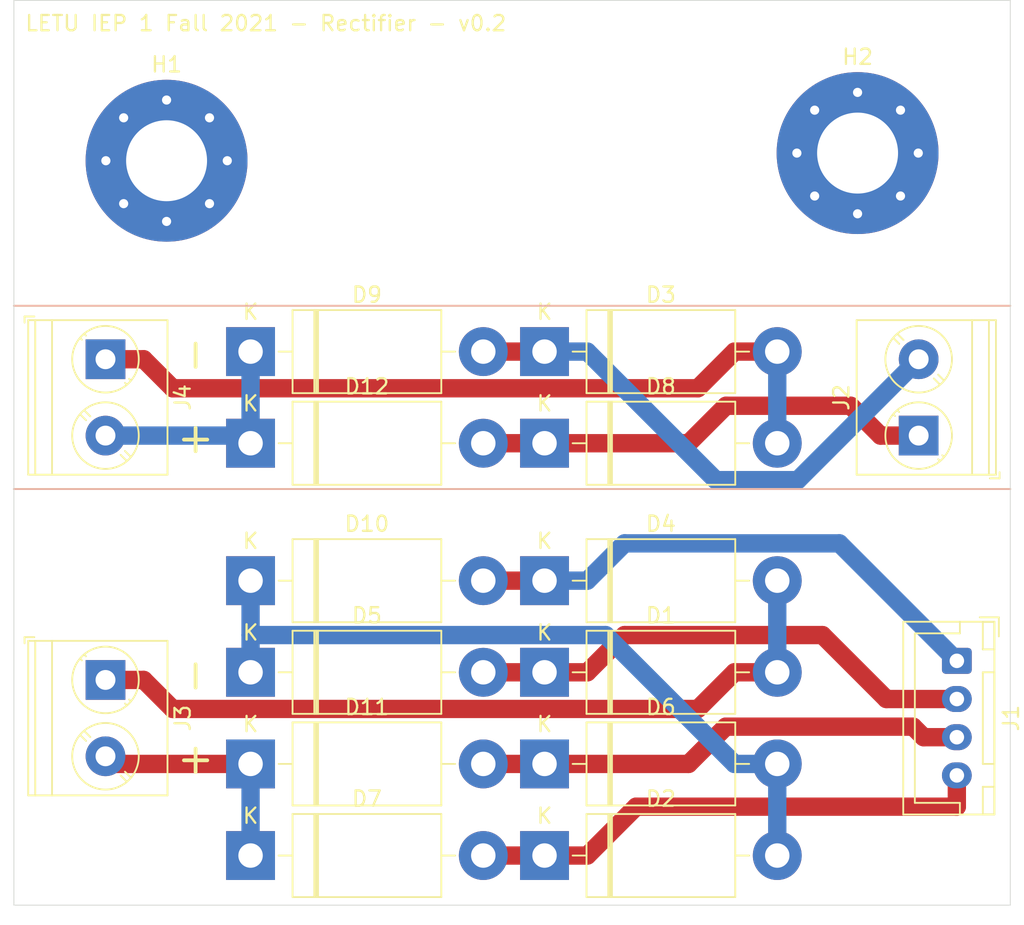
<source format=kicad_pcb>
(kicad_pcb (version 20171130) (host pcbnew 5.1.10)

  (general
    (thickness 1.6)
    (drawings 11)
    (tracks 57)
    (zones 0)
    (modules 18)
    (nets 12)
  )

  (page A4)
  (layers
    (0 F.Cu signal)
    (31 B.Cu signal)
    (32 B.Adhes user)
    (33 F.Adhes user)
    (34 B.Paste user)
    (35 F.Paste user)
    (36 B.SilkS user)
    (37 F.SilkS user)
    (38 B.Mask user)
    (39 F.Mask user)
    (40 Dwgs.User user)
    (41 Cmts.User user)
    (42 Eco1.User user)
    (43 Eco2.User user)
    (44 Edge.Cuts user)
    (45 Margin user)
    (46 B.CrtYd user)
    (47 F.CrtYd user)
    (48 B.Fab user)
    (49 F.Fab user)
  )

  (setup
    (last_trace_width 1.2)
    (trace_clearance 0.2)
    (zone_clearance 0.508)
    (zone_45_only no)
    (trace_min 0.2)
    (via_size 0.8)
    (via_drill 0.4)
    (via_min_size 0.4)
    (via_min_drill 0.3)
    (uvia_size 0.3)
    (uvia_drill 0.1)
    (uvias_allowed no)
    (uvia_min_size 0.2)
    (uvia_min_drill 0.1)
    (edge_width 0.05)
    (segment_width 0.2)
    (pcb_text_width 0.3)
    (pcb_text_size 1.5 1.5)
    (mod_edge_width 0.12)
    (mod_text_size 1 1)
    (mod_text_width 0.15)
    (pad_size 1.524 1.524)
    (pad_drill 0.762)
    (pad_to_mask_clearance 0)
    (aux_axis_origin 0 0)
    (visible_elements FFFFFF7F)
    (pcbplotparams
      (layerselection 0x010fc_ffffffff)
      (usegerberextensions true)
      (usegerberattributes false)
      (usegerberadvancedattributes false)
      (creategerberjobfile false)
      (excludeedgelayer true)
      (linewidth 0.100000)
      (plotframeref false)
      (viasonmask false)
      (mode 1)
      (useauxorigin false)
      (hpglpennumber 1)
      (hpglpenspeed 20)
      (hpglpendiameter 15.000000)
      (psnegative false)
      (psa4output false)
      (plotreference true)
      (plotvalue false)
      (plotinvisibletext false)
      (padsonsilk false)
      (subtractmaskfromsilk true)
      (outputformat 1)
      (mirror false)
      (drillshape 0)
      (scaleselection 1)
      (outputdirectory "Gerber/Rectifier/"))
  )

  (net 0 "")
  (net 1 "Net-(D1-Pad1)")
  (net 2 "Net-(D10-Pad1)")
  (net 3 "Net-(D2-Pad1)")
  (net 4 "Net-(D3-Pad1)")
  (net 5 "Net-(D10-Pad2)")
  (net 6 "Net-(D11-Pad2)")
  (net 7 "Net-(D12-Pad2)")
  (net 8 "Net-(D1-Pad2)")
  (net 9 "Net-(D3-Pad2)")
  (net 10 "Net-(D11-Pad1)")
  (net 11 "Net-(D12-Pad1)")

  (net_class Default "This is the default net class."
    (clearance 0.2)
    (trace_width 1.2)
    (via_dia 0.8)
    (via_drill 0.4)
    (uvia_dia 0.3)
    (uvia_drill 0.1)
    (add_net "Net-(D1-Pad1)")
    (add_net "Net-(D1-Pad2)")
    (add_net "Net-(D10-Pad1)")
    (add_net "Net-(D10-Pad2)")
    (add_net "Net-(D11-Pad1)")
    (add_net "Net-(D11-Pad2)")
    (add_net "Net-(D12-Pad1)")
    (add_net "Net-(D12-Pad2)")
    (add_net "Net-(D2-Pad1)")
    (add_net "Net-(D3-Pad1)")
    (add_net "Net-(D3-Pad2)")
  )

  (module MountingHole:MountingHole_5.3mm_M5_Pad_Via (layer F.Cu) (tedit 56DDC708) (tstamp 60A586C7)
    (at 175.5 38.5)
    (descr "Mounting Hole 5.3mm, M5")
    (tags "mounting hole 5.3mm m5")
    (path /60ADE691)
    (attr virtual)
    (fp_text reference H2 (at 0 -6.3) (layer F.SilkS)
      (effects (font (size 1 1) (thickness 0.15)))
    )
    (fp_text value MountingHole (at 0 6.3) (layer F.Fab)
      (effects (font (size 1 1) (thickness 0.15)))
    )
    (fp_circle (center 0 0) (end 5.3 0) (layer Cmts.User) (width 0.15))
    (fp_circle (center 0 0) (end 5.55 0) (layer F.CrtYd) (width 0.05))
    (fp_text user %R (at 0.3 0) (layer F.Fab)
      (effects (font (size 1 1) (thickness 0.15)))
    )
    (pad 1 thru_hole circle (at 2.810749 -2.810749) (size 0.9 0.9) (drill 0.6) (layers *.Cu *.Mask))
    (pad 1 thru_hole circle (at 0 -3.975) (size 0.9 0.9) (drill 0.6) (layers *.Cu *.Mask))
    (pad 1 thru_hole circle (at -2.810749 -2.810749) (size 0.9 0.9) (drill 0.6) (layers *.Cu *.Mask))
    (pad 1 thru_hole circle (at -3.975 0) (size 0.9 0.9) (drill 0.6) (layers *.Cu *.Mask))
    (pad 1 thru_hole circle (at -2.810749 2.810749) (size 0.9 0.9) (drill 0.6) (layers *.Cu *.Mask))
    (pad 1 thru_hole circle (at 0 3.975) (size 0.9 0.9) (drill 0.6) (layers *.Cu *.Mask))
    (pad 1 thru_hole circle (at 2.810749 2.810749) (size 0.9 0.9) (drill 0.6) (layers *.Cu *.Mask))
    (pad 1 thru_hole circle (at 3.975 0) (size 0.9 0.9) (drill 0.6) (layers *.Cu *.Mask))
    (pad 1 thru_hole circle (at 0 0) (size 10.6 10.6) (drill 5.3) (layers *.Cu *.Mask))
  )

  (module MountingHole:MountingHole_5.3mm_M5_Pad_Via (layer F.Cu) (tedit 56DDC708) (tstamp 60A586B7)
    (at 130.25 39)
    (descr "Mounting Hole 5.3mm, M5")
    (tags "mounting hole 5.3mm m5")
    (path /60ADDAA0)
    (attr virtual)
    (fp_text reference H1 (at 0 -6.3) (layer F.SilkS)
      (effects (font (size 1 1) (thickness 0.15)))
    )
    (fp_text value MountingHole (at 0 6.3) (layer F.Fab)
      (effects (font (size 1 1) (thickness 0.15)))
    )
    (fp_circle (center 0 0) (end 5.55 0) (layer F.CrtYd) (width 0.05))
    (fp_circle (center 0 0) (end 5.3 0) (layer Cmts.User) (width 0.15))
    (fp_text user %R (at 0.3 0) (layer F.Fab)
      (effects (font (size 1 1) (thickness 0.15)))
    )
    (pad 1 thru_hole circle (at 0 0) (size 10.6 10.6) (drill 5.3) (layers *.Cu *.Mask))
    (pad 1 thru_hole circle (at 3.975 0) (size 0.9 0.9) (drill 0.6) (layers *.Cu *.Mask))
    (pad 1 thru_hole circle (at 2.810749 2.810749) (size 0.9 0.9) (drill 0.6) (layers *.Cu *.Mask))
    (pad 1 thru_hole circle (at 0 3.975) (size 0.9 0.9) (drill 0.6) (layers *.Cu *.Mask))
    (pad 1 thru_hole circle (at -2.810749 2.810749) (size 0.9 0.9) (drill 0.6) (layers *.Cu *.Mask))
    (pad 1 thru_hole circle (at -3.975 0) (size 0.9 0.9) (drill 0.6) (layers *.Cu *.Mask))
    (pad 1 thru_hole circle (at -2.810749 -2.810749) (size 0.9 0.9) (drill 0.6) (layers *.Cu *.Mask))
    (pad 1 thru_hole circle (at 0 -3.975) (size 0.9 0.9) (drill 0.6) (layers *.Cu *.Mask))
    (pad 1 thru_hole circle (at 2.810749 -2.810749) (size 0.9 0.9) (drill 0.6) (layers *.Cu *.Mask))
  )

  (module TerminalBlock_Phoenix:TerminalBlock_Phoenix_PT-1,5-2-5.0-H_1x02_P5.00mm_Horizontal (layer F.Cu) (tedit 5B294F69) (tstamp 60A4E306)
    (at 126.25 52 270)
    (descr "Terminal Block Phoenix PT-1,5-2-5.0-H, 2 pins, pitch 5mm, size 10x9mm^2, drill diamater 1.3mm, pad diameter 2.6mm, see http://www.mouser.com/ds/2/324/ItemDetail_1935161-922578.pdf, script-generated using https://github.com/pointhi/kicad-footprint-generator/scripts/TerminalBlock_Phoenix")
    (tags "THT Terminal Block Phoenix PT-1,5-2-5.0-H pitch 5mm size 10x9mm^2 drill 1.3mm pad 2.6mm")
    (path /60AAAD32)
    (fp_text reference J4 (at 2.5 -5.06 90) (layer F.SilkS)
      (effects (font (size 1 1) (thickness 0.15)))
    )
    (fp_text value Screw_Terminal_01x02 (at 2.5 6.06 90) (layer F.Fab)
      (effects (font (size 1 1) (thickness 0.15)))
    )
    (fp_circle (center 0 0) (end 2 0) (layer F.Fab) (width 0.1))
    (fp_circle (center 0 0) (end 2.18 0) (layer F.SilkS) (width 0.12))
    (fp_circle (center 5 0) (end 7 0) (layer F.Fab) (width 0.1))
    (fp_circle (center 5 0) (end 7.18 0) (layer F.SilkS) (width 0.12))
    (fp_line (start -2.5 -4) (end 7.5 -4) (layer F.Fab) (width 0.1))
    (fp_line (start 7.5 -4) (end 7.5 5) (layer F.Fab) (width 0.1))
    (fp_line (start 7.5 5) (end -2.1 5) (layer F.Fab) (width 0.1))
    (fp_line (start -2.1 5) (end -2.5 4.6) (layer F.Fab) (width 0.1))
    (fp_line (start -2.5 4.6) (end -2.5 -4) (layer F.Fab) (width 0.1))
    (fp_line (start -2.5 4.6) (end 7.5 4.6) (layer F.Fab) (width 0.1))
    (fp_line (start -2.56 4.6) (end 7.56 4.6) (layer F.SilkS) (width 0.12))
    (fp_line (start -2.5 3.5) (end 7.5 3.5) (layer F.Fab) (width 0.1))
    (fp_line (start -2.56 3.5) (end 7.56 3.5) (layer F.SilkS) (width 0.12))
    (fp_line (start -2.56 -4.06) (end 7.56 -4.06) (layer F.SilkS) (width 0.12))
    (fp_line (start -2.56 5.06) (end 7.56 5.06) (layer F.SilkS) (width 0.12))
    (fp_line (start -2.56 -4.06) (end -2.56 5.06) (layer F.SilkS) (width 0.12))
    (fp_line (start 7.56 -4.06) (end 7.56 5.06) (layer F.SilkS) (width 0.12))
    (fp_line (start 1.517 -1.273) (end -1.273 1.517) (layer F.Fab) (width 0.1))
    (fp_line (start 1.273 -1.517) (end -1.517 1.273) (layer F.Fab) (width 0.1))
    (fp_line (start 1.654 -1.388) (end 1.547 -1.281) (layer F.SilkS) (width 0.12))
    (fp_line (start -1.282 1.547) (end -1.388 1.654) (layer F.SilkS) (width 0.12))
    (fp_line (start 1.388 -1.654) (end 1.281 -1.547) (layer F.SilkS) (width 0.12))
    (fp_line (start -1.548 1.281) (end -1.654 1.388) (layer F.SilkS) (width 0.12))
    (fp_line (start 6.517 -1.273) (end 3.728 1.517) (layer F.Fab) (width 0.1))
    (fp_line (start 6.273 -1.517) (end 3.484 1.273) (layer F.Fab) (width 0.1))
    (fp_line (start 6.654 -1.388) (end 6.259 -0.992) (layer F.SilkS) (width 0.12))
    (fp_line (start 3.993 1.274) (end 3.613 1.654) (layer F.SilkS) (width 0.12))
    (fp_line (start 6.388 -1.654) (end 6.008 -1.274) (layer F.SilkS) (width 0.12))
    (fp_line (start 3.742 0.992) (end 3.347 1.388) (layer F.SilkS) (width 0.12))
    (fp_line (start -2.8 4.66) (end -2.8 5.3) (layer F.SilkS) (width 0.12))
    (fp_line (start -2.8 5.3) (end -2.4 5.3) (layer F.SilkS) (width 0.12))
    (fp_line (start -3 -4.5) (end -3 5.5) (layer F.CrtYd) (width 0.05))
    (fp_line (start -3 5.5) (end 8 5.5) (layer F.CrtYd) (width 0.05))
    (fp_line (start 8 5.5) (end 8 -4.5) (layer F.CrtYd) (width 0.05))
    (fp_line (start 8 -4.5) (end -3 -4.5) (layer F.CrtYd) (width 0.05))
    (fp_text user %R (at 2.5 2.9 90) (layer F.Fab)
      (effects (font (size 1 1) (thickness 0.15)))
    )
    (pad 2 thru_hole circle (at 5 0 270) (size 2.6 2.6) (drill 1.3) (layers *.Cu *.Mask)
      (net 11 "Net-(D12-Pad1)"))
    (pad 1 thru_hole rect (at 0 0 270) (size 2.6 2.6) (drill 1.3) (layers *.Cu *.Mask)
      (net 9 "Net-(D3-Pad2)"))
    (model ${KISYS3DMOD}/TerminalBlock_Phoenix.3dshapes/TerminalBlock_Phoenix_PT-1,5-2-5.0-H_1x02_P5.00mm_Horizontal.wrl
      (at (xyz 0 0 0))
      (scale (xyz 1 1 1))
      (rotate (xyz 0 0 0))
    )
  )

  (module TerminalBlock_Phoenix:TerminalBlock_Phoenix_PT-1,5-2-5.0-H_1x02_P5.00mm_Horizontal (layer F.Cu) (tedit 5B294F69) (tstamp 60A4E2DC)
    (at 126.25 73 270)
    (descr "Terminal Block Phoenix PT-1,5-2-5.0-H, 2 pins, pitch 5mm, size 10x9mm^2, drill diamater 1.3mm, pad diameter 2.6mm, see http://www.mouser.com/ds/2/324/ItemDetail_1935161-922578.pdf, script-generated using https://github.com/pointhi/kicad-footprint-generator/scripts/TerminalBlock_Phoenix")
    (tags "THT Terminal Block Phoenix PT-1,5-2-5.0-H pitch 5mm size 10x9mm^2 drill 1.3mm pad 2.6mm")
    (path /60A9FF73)
    (fp_text reference J3 (at 2.5 -5.06 90) (layer F.SilkS)
      (effects (font (size 1 1) (thickness 0.15)))
    )
    (fp_text value Screw_Terminal_01x02 (at 2.5 6.06 90) (layer F.Fab)
      (effects (font (size 1 1) (thickness 0.15)))
    )
    (fp_circle (center 0 0) (end 2 0) (layer F.Fab) (width 0.1))
    (fp_circle (center 0 0) (end 2.18 0) (layer F.SilkS) (width 0.12))
    (fp_circle (center 5 0) (end 7 0) (layer F.Fab) (width 0.1))
    (fp_circle (center 5 0) (end 7.18 0) (layer F.SilkS) (width 0.12))
    (fp_line (start -2.5 -4) (end 7.5 -4) (layer F.Fab) (width 0.1))
    (fp_line (start 7.5 -4) (end 7.5 5) (layer F.Fab) (width 0.1))
    (fp_line (start 7.5 5) (end -2.1 5) (layer F.Fab) (width 0.1))
    (fp_line (start -2.1 5) (end -2.5 4.6) (layer F.Fab) (width 0.1))
    (fp_line (start -2.5 4.6) (end -2.5 -4) (layer F.Fab) (width 0.1))
    (fp_line (start -2.5 4.6) (end 7.5 4.6) (layer F.Fab) (width 0.1))
    (fp_line (start -2.56 4.6) (end 7.56 4.6) (layer F.SilkS) (width 0.12))
    (fp_line (start -2.5 3.5) (end 7.5 3.5) (layer F.Fab) (width 0.1))
    (fp_line (start -2.56 3.5) (end 7.56 3.5) (layer F.SilkS) (width 0.12))
    (fp_line (start -2.56 -4.06) (end 7.56 -4.06) (layer F.SilkS) (width 0.12))
    (fp_line (start -2.56 5.06) (end 7.56 5.06) (layer F.SilkS) (width 0.12))
    (fp_line (start -2.56 -4.06) (end -2.56 5.06) (layer F.SilkS) (width 0.12))
    (fp_line (start 7.56 -4.06) (end 7.56 5.06) (layer F.SilkS) (width 0.12))
    (fp_line (start 1.517 -1.273) (end -1.273 1.517) (layer F.Fab) (width 0.1))
    (fp_line (start 1.273 -1.517) (end -1.517 1.273) (layer F.Fab) (width 0.1))
    (fp_line (start 1.654 -1.388) (end 1.547 -1.281) (layer F.SilkS) (width 0.12))
    (fp_line (start -1.282 1.547) (end -1.388 1.654) (layer F.SilkS) (width 0.12))
    (fp_line (start 1.388 -1.654) (end 1.281 -1.547) (layer F.SilkS) (width 0.12))
    (fp_line (start -1.548 1.281) (end -1.654 1.388) (layer F.SilkS) (width 0.12))
    (fp_line (start 6.517 -1.273) (end 3.728 1.517) (layer F.Fab) (width 0.1))
    (fp_line (start 6.273 -1.517) (end 3.484 1.273) (layer F.Fab) (width 0.1))
    (fp_line (start 6.654 -1.388) (end 6.259 -0.992) (layer F.SilkS) (width 0.12))
    (fp_line (start 3.993 1.274) (end 3.613 1.654) (layer F.SilkS) (width 0.12))
    (fp_line (start 6.388 -1.654) (end 6.008 -1.274) (layer F.SilkS) (width 0.12))
    (fp_line (start 3.742 0.992) (end 3.347 1.388) (layer F.SilkS) (width 0.12))
    (fp_line (start -2.8 4.66) (end -2.8 5.3) (layer F.SilkS) (width 0.12))
    (fp_line (start -2.8 5.3) (end -2.4 5.3) (layer F.SilkS) (width 0.12))
    (fp_line (start -3 -4.5) (end -3 5.5) (layer F.CrtYd) (width 0.05))
    (fp_line (start -3 5.5) (end 8 5.5) (layer F.CrtYd) (width 0.05))
    (fp_line (start 8 5.5) (end 8 -4.5) (layer F.CrtYd) (width 0.05))
    (fp_line (start 8 -4.5) (end -3 -4.5) (layer F.CrtYd) (width 0.05))
    (fp_text user %R (at 2.5 2.9 90) (layer F.Fab)
      (effects (font (size 1 1) (thickness 0.15)))
    )
    (pad 2 thru_hole circle (at 5 0 270) (size 2.6 2.6) (drill 1.3) (layers *.Cu *.Mask)
      (net 10 "Net-(D11-Pad1)"))
    (pad 1 thru_hole rect (at 0 0 270) (size 2.6 2.6) (drill 1.3) (layers *.Cu *.Mask)
      (net 8 "Net-(D1-Pad2)"))
    (model ${KISYS3DMOD}/TerminalBlock_Phoenix.3dshapes/TerminalBlock_Phoenix_PT-1,5-2-5.0-H_1x02_P5.00mm_Horizontal.wrl
      (at (xyz 0 0 0))
      (scale (xyz 1 1 1))
      (rotate (xyz 0 0 0))
    )
  )

  (module TerminalBlock_Phoenix:TerminalBlock_Phoenix_PT-1,5-2-5.0-H_1x02_P5.00mm_Horizontal (layer F.Cu) (tedit 5B294F69) (tstamp 60A4E2B2)
    (at 179.5 57 90)
    (descr "Terminal Block Phoenix PT-1,5-2-5.0-H, 2 pins, pitch 5mm, size 10x9mm^2, drill diamater 1.3mm, pad diameter 2.6mm, see http://www.mouser.com/ds/2/324/ItemDetail_1935161-922578.pdf, script-generated using https://github.com/pointhi/kicad-footprint-generator/scripts/TerminalBlock_Phoenix")
    (tags "THT Terminal Block Phoenix PT-1,5-2-5.0-H pitch 5mm size 10x9mm^2 drill 1.3mm pad 2.6mm")
    (path /60A999FD)
    (fp_text reference J2 (at 2.5 -5.06 90) (layer F.SilkS)
      (effects (font (size 1 1) (thickness 0.15)))
    )
    (fp_text value Screw_Terminal_01x02 (at 2.5 6.06 90) (layer F.Fab)
      (effects (font (size 1 1) (thickness 0.15)))
    )
    (fp_circle (center 0 0) (end 2 0) (layer F.Fab) (width 0.1))
    (fp_circle (center 0 0) (end 2.18 0) (layer F.SilkS) (width 0.12))
    (fp_circle (center 5 0) (end 7 0) (layer F.Fab) (width 0.1))
    (fp_circle (center 5 0) (end 7.18 0) (layer F.SilkS) (width 0.12))
    (fp_line (start -2.5 -4) (end 7.5 -4) (layer F.Fab) (width 0.1))
    (fp_line (start 7.5 -4) (end 7.5 5) (layer F.Fab) (width 0.1))
    (fp_line (start 7.5 5) (end -2.1 5) (layer F.Fab) (width 0.1))
    (fp_line (start -2.1 5) (end -2.5 4.6) (layer F.Fab) (width 0.1))
    (fp_line (start -2.5 4.6) (end -2.5 -4) (layer F.Fab) (width 0.1))
    (fp_line (start -2.5 4.6) (end 7.5 4.6) (layer F.Fab) (width 0.1))
    (fp_line (start -2.56 4.6) (end 7.56 4.6) (layer F.SilkS) (width 0.12))
    (fp_line (start -2.5 3.5) (end 7.5 3.5) (layer F.Fab) (width 0.1))
    (fp_line (start -2.56 3.5) (end 7.56 3.5) (layer F.SilkS) (width 0.12))
    (fp_line (start -2.56 -4.06) (end 7.56 -4.06) (layer F.SilkS) (width 0.12))
    (fp_line (start -2.56 5.06) (end 7.56 5.06) (layer F.SilkS) (width 0.12))
    (fp_line (start -2.56 -4.06) (end -2.56 5.06) (layer F.SilkS) (width 0.12))
    (fp_line (start 7.56 -4.06) (end 7.56 5.06) (layer F.SilkS) (width 0.12))
    (fp_line (start 1.517 -1.273) (end -1.273 1.517) (layer F.Fab) (width 0.1))
    (fp_line (start 1.273 -1.517) (end -1.517 1.273) (layer F.Fab) (width 0.1))
    (fp_line (start 1.654 -1.388) (end 1.547 -1.281) (layer F.SilkS) (width 0.12))
    (fp_line (start -1.282 1.547) (end -1.388 1.654) (layer F.SilkS) (width 0.12))
    (fp_line (start 1.388 -1.654) (end 1.281 -1.547) (layer F.SilkS) (width 0.12))
    (fp_line (start -1.548 1.281) (end -1.654 1.388) (layer F.SilkS) (width 0.12))
    (fp_line (start 6.517 -1.273) (end 3.728 1.517) (layer F.Fab) (width 0.1))
    (fp_line (start 6.273 -1.517) (end 3.484 1.273) (layer F.Fab) (width 0.1))
    (fp_line (start 6.654 -1.388) (end 6.259 -0.992) (layer F.SilkS) (width 0.12))
    (fp_line (start 3.993 1.274) (end 3.613 1.654) (layer F.SilkS) (width 0.12))
    (fp_line (start 6.388 -1.654) (end 6.008 -1.274) (layer F.SilkS) (width 0.12))
    (fp_line (start 3.742 0.992) (end 3.347 1.388) (layer F.SilkS) (width 0.12))
    (fp_line (start -2.8 4.66) (end -2.8 5.3) (layer F.SilkS) (width 0.12))
    (fp_line (start -2.8 5.3) (end -2.4 5.3) (layer F.SilkS) (width 0.12))
    (fp_line (start -3 -4.5) (end -3 5.5) (layer F.CrtYd) (width 0.05))
    (fp_line (start -3 5.5) (end 8 5.5) (layer F.CrtYd) (width 0.05))
    (fp_line (start 8 5.5) (end 8 -4.5) (layer F.CrtYd) (width 0.05))
    (fp_line (start 8 -4.5) (end -3 -4.5) (layer F.CrtYd) (width 0.05))
    (fp_text user %R (at 2.5 2.9 90) (layer F.Fab)
      (effects (font (size 1 1) (thickness 0.15)))
    )
    (pad 2 thru_hole circle (at 5 0 90) (size 2.6 2.6) (drill 1.3) (layers *.Cu *.Mask)
      (net 4 "Net-(D3-Pad1)"))
    (pad 1 thru_hole rect (at 0 0 90) (size 2.6 2.6) (drill 1.3) (layers *.Cu *.Mask)
      (net 7 "Net-(D12-Pad2)"))
    (model ${KISYS3DMOD}/TerminalBlock_Phoenix.3dshapes/TerminalBlock_Phoenix_PT-1,5-2-5.0-H_1x02_P5.00mm_Horizontal.wrl
      (at (xyz 0 0 0))
      (scale (xyz 1 1 1))
      (rotate (xyz 0 0 0))
    )
  )

  (module Connector_JST:JST_XH_B4B-XH-A_1x04_P2.50mm_Vertical (layer F.Cu) (tedit 5C28146C) (tstamp 60A4E288)
    (at 182 71.75 270)
    (descr "JST XH series connector, B4B-XH-A (http://www.jst-mfg.com/product/pdf/eng/eXH.pdf), generated with kicad-footprint-generator")
    (tags "connector JST XH vertical")
    (path /60A8F667)
    (fp_text reference J1 (at 3.75 -3.55 90) (layer F.SilkS)
      (effects (font (size 1 1) (thickness 0.15)))
    )
    (fp_text value Conn_01x04 (at 3.75 4.6 90) (layer F.Fab)
      (effects (font (size 1 1) (thickness 0.15)))
    )
    (fp_line (start -2.45 -2.35) (end -2.45 3.4) (layer F.Fab) (width 0.1))
    (fp_line (start -2.45 3.4) (end 9.95 3.4) (layer F.Fab) (width 0.1))
    (fp_line (start 9.95 3.4) (end 9.95 -2.35) (layer F.Fab) (width 0.1))
    (fp_line (start 9.95 -2.35) (end -2.45 -2.35) (layer F.Fab) (width 0.1))
    (fp_line (start -2.56 -2.46) (end -2.56 3.51) (layer F.SilkS) (width 0.12))
    (fp_line (start -2.56 3.51) (end 10.06 3.51) (layer F.SilkS) (width 0.12))
    (fp_line (start 10.06 3.51) (end 10.06 -2.46) (layer F.SilkS) (width 0.12))
    (fp_line (start 10.06 -2.46) (end -2.56 -2.46) (layer F.SilkS) (width 0.12))
    (fp_line (start -2.95 -2.85) (end -2.95 3.9) (layer F.CrtYd) (width 0.05))
    (fp_line (start -2.95 3.9) (end 10.45 3.9) (layer F.CrtYd) (width 0.05))
    (fp_line (start 10.45 3.9) (end 10.45 -2.85) (layer F.CrtYd) (width 0.05))
    (fp_line (start 10.45 -2.85) (end -2.95 -2.85) (layer F.CrtYd) (width 0.05))
    (fp_line (start -0.625 -2.35) (end 0 -1.35) (layer F.Fab) (width 0.1))
    (fp_line (start 0 -1.35) (end 0.625 -2.35) (layer F.Fab) (width 0.1))
    (fp_line (start 0.75 -2.45) (end 0.75 -1.7) (layer F.SilkS) (width 0.12))
    (fp_line (start 0.75 -1.7) (end 6.75 -1.7) (layer F.SilkS) (width 0.12))
    (fp_line (start 6.75 -1.7) (end 6.75 -2.45) (layer F.SilkS) (width 0.12))
    (fp_line (start 6.75 -2.45) (end 0.75 -2.45) (layer F.SilkS) (width 0.12))
    (fp_line (start -2.55 -2.45) (end -2.55 -1.7) (layer F.SilkS) (width 0.12))
    (fp_line (start -2.55 -1.7) (end -0.75 -1.7) (layer F.SilkS) (width 0.12))
    (fp_line (start -0.75 -1.7) (end -0.75 -2.45) (layer F.SilkS) (width 0.12))
    (fp_line (start -0.75 -2.45) (end -2.55 -2.45) (layer F.SilkS) (width 0.12))
    (fp_line (start 8.25 -2.45) (end 8.25 -1.7) (layer F.SilkS) (width 0.12))
    (fp_line (start 8.25 -1.7) (end 10.05 -1.7) (layer F.SilkS) (width 0.12))
    (fp_line (start 10.05 -1.7) (end 10.05 -2.45) (layer F.SilkS) (width 0.12))
    (fp_line (start 10.05 -2.45) (end 8.25 -2.45) (layer F.SilkS) (width 0.12))
    (fp_line (start -2.55 -0.2) (end -1.8 -0.2) (layer F.SilkS) (width 0.12))
    (fp_line (start -1.8 -0.2) (end -1.8 2.75) (layer F.SilkS) (width 0.12))
    (fp_line (start -1.8 2.75) (end 3.75 2.75) (layer F.SilkS) (width 0.12))
    (fp_line (start 10.05 -0.2) (end 9.3 -0.2) (layer F.SilkS) (width 0.12))
    (fp_line (start 9.3 -0.2) (end 9.3 2.75) (layer F.SilkS) (width 0.12))
    (fp_line (start 9.3 2.75) (end 3.75 2.75) (layer F.SilkS) (width 0.12))
    (fp_line (start -1.6 -2.75) (end -2.85 -2.75) (layer F.SilkS) (width 0.12))
    (fp_line (start -2.85 -2.75) (end -2.85 -1.5) (layer F.SilkS) (width 0.12))
    (fp_text user %R (at 3.75 2.7 90) (layer F.Fab)
      (effects (font (size 1 1) (thickness 0.15)))
    )
    (pad 4 thru_hole oval (at 7.5 0 270) (size 1.7 1.95) (drill 0.95) (layers *.Cu *.Mask)
      (net 3 "Net-(D2-Pad1)"))
    (pad 3 thru_hole oval (at 5 0 270) (size 1.7 1.95) (drill 0.95) (layers *.Cu *.Mask)
      (net 6 "Net-(D11-Pad2)"))
    (pad 2 thru_hole oval (at 2.5 0 270) (size 1.7 1.95) (drill 0.95) (layers *.Cu *.Mask)
      (net 1 "Net-(D1-Pad1)"))
    (pad 1 thru_hole roundrect (at 0 0 270) (size 1.7 1.95) (drill 0.95) (layers *.Cu *.Mask) (roundrect_rratio 0.1470588235294118)
      (net 5 "Net-(D10-Pad2)"))
    (model ${KISYS3DMOD}/Connector_JST.3dshapes/JST_XH_B4B-XH-A_1x04_P2.50mm_Vertical.wrl
      (at (xyz 0 0 0))
      (scale (xyz 1 1 1))
      (rotate (xyz 0 0 0))
    )
  )

  (module Diode_THT:D_DO-201AD_P15.24mm_Horizontal (layer F.Cu) (tedit 5AE50CD5) (tstamp 60A4E25D)
    (at 135.75 57.5)
    (descr "Diode, DO-201AD series, Axial, Horizontal, pin pitch=15.24mm, , length*diameter=9.5*5.2mm^2, , http://www.diodes.com/_files/packages/DO-201AD.pdf")
    (tags "Diode DO-201AD series Axial Horizontal pin pitch 15.24mm  length 9.5mm diameter 5.2mm")
    (path /60A8D18A)
    (fp_text reference D12 (at 7.62 -3.72) (layer F.SilkS)
      (effects (font (size 1 1) (thickness 0.15)))
    )
    (fp_text value 1N5400 (at 7.62 3.72) (layer F.Fab)
      (effects (font (size 1 1) (thickness 0.15)))
    )
    (fp_line (start 2.87 -2.6) (end 2.87 2.6) (layer F.Fab) (width 0.1))
    (fp_line (start 2.87 2.6) (end 12.37 2.6) (layer F.Fab) (width 0.1))
    (fp_line (start 12.37 2.6) (end 12.37 -2.6) (layer F.Fab) (width 0.1))
    (fp_line (start 12.37 -2.6) (end 2.87 -2.6) (layer F.Fab) (width 0.1))
    (fp_line (start 0 0) (end 2.87 0) (layer F.Fab) (width 0.1))
    (fp_line (start 15.24 0) (end 12.37 0) (layer F.Fab) (width 0.1))
    (fp_line (start 4.295 -2.6) (end 4.295 2.6) (layer F.Fab) (width 0.1))
    (fp_line (start 4.395 -2.6) (end 4.395 2.6) (layer F.Fab) (width 0.1))
    (fp_line (start 4.195 -2.6) (end 4.195 2.6) (layer F.Fab) (width 0.1))
    (fp_line (start 2.75 -2.72) (end 2.75 2.72) (layer F.SilkS) (width 0.12))
    (fp_line (start 2.75 2.72) (end 12.49 2.72) (layer F.SilkS) (width 0.12))
    (fp_line (start 12.49 2.72) (end 12.49 -2.72) (layer F.SilkS) (width 0.12))
    (fp_line (start 12.49 -2.72) (end 2.75 -2.72) (layer F.SilkS) (width 0.12))
    (fp_line (start 1.84 0) (end 2.75 0) (layer F.SilkS) (width 0.12))
    (fp_line (start 13.4 0) (end 12.49 0) (layer F.SilkS) (width 0.12))
    (fp_line (start 4.295 -2.72) (end 4.295 2.72) (layer F.SilkS) (width 0.12))
    (fp_line (start 4.415 -2.72) (end 4.415 2.72) (layer F.SilkS) (width 0.12))
    (fp_line (start 4.175 -2.72) (end 4.175 2.72) (layer F.SilkS) (width 0.12))
    (fp_line (start -1.85 -2.85) (end -1.85 2.85) (layer F.CrtYd) (width 0.05))
    (fp_line (start -1.85 2.85) (end 17.09 2.85) (layer F.CrtYd) (width 0.05))
    (fp_line (start 17.09 2.85) (end 17.09 -2.85) (layer F.CrtYd) (width 0.05))
    (fp_line (start 17.09 -2.85) (end -1.85 -2.85) (layer F.CrtYd) (width 0.05))
    (fp_text user K (at 0 -2.6) (layer F.SilkS)
      (effects (font (size 1 1) (thickness 0.15)))
    )
    (fp_text user K (at 0 -2.6) (layer F.Fab)
      (effects (font (size 1 1) (thickness 0.15)))
    )
    (fp_text user %R (at 8.3325 0) (layer F.Fab)
      (effects (font (size 1 1) (thickness 0.15)))
    )
    (pad 2 thru_hole oval (at 15.24 0) (size 3.2 3.2) (drill 1.6) (layers *.Cu *.Mask)
      (net 7 "Net-(D12-Pad2)"))
    (pad 1 thru_hole rect (at 0 0) (size 3.2 3.2) (drill 1.6) (layers *.Cu *.Mask)
      (net 11 "Net-(D12-Pad1)"))
    (model ${KISYS3DMOD}/Diode_THT.3dshapes/D_DO-201AD_P15.24mm_Horizontal.wrl
      (at (xyz 0 0 0))
      (scale (xyz 1 1 1))
      (rotate (xyz 0 0 0))
    )
  )

  (module Diode_THT:D_DO-201AD_P15.24mm_Horizontal (layer F.Cu) (tedit 5AE50CD5) (tstamp 60A4E23E)
    (at 135.75 78.5)
    (descr "Diode, DO-201AD series, Axial, Horizontal, pin pitch=15.24mm, , length*diameter=9.5*5.2mm^2, , http://www.diodes.com/_files/packages/DO-201AD.pdf")
    (tags "Diode DO-201AD series Axial Horizontal pin pitch 15.24mm  length 9.5mm diameter 5.2mm")
    (path /60A81D60)
    (fp_text reference D11 (at 7.62 -3.72) (layer F.SilkS)
      (effects (font (size 1 1) (thickness 0.15)))
    )
    (fp_text value 1N5400 (at 7.62 3.72) (layer F.Fab)
      (effects (font (size 1 1) (thickness 0.15)))
    )
    (fp_line (start 2.87 -2.6) (end 2.87 2.6) (layer F.Fab) (width 0.1))
    (fp_line (start 2.87 2.6) (end 12.37 2.6) (layer F.Fab) (width 0.1))
    (fp_line (start 12.37 2.6) (end 12.37 -2.6) (layer F.Fab) (width 0.1))
    (fp_line (start 12.37 -2.6) (end 2.87 -2.6) (layer F.Fab) (width 0.1))
    (fp_line (start 0 0) (end 2.87 0) (layer F.Fab) (width 0.1))
    (fp_line (start 15.24 0) (end 12.37 0) (layer F.Fab) (width 0.1))
    (fp_line (start 4.295 -2.6) (end 4.295 2.6) (layer F.Fab) (width 0.1))
    (fp_line (start 4.395 -2.6) (end 4.395 2.6) (layer F.Fab) (width 0.1))
    (fp_line (start 4.195 -2.6) (end 4.195 2.6) (layer F.Fab) (width 0.1))
    (fp_line (start 2.75 -2.72) (end 2.75 2.72) (layer F.SilkS) (width 0.12))
    (fp_line (start 2.75 2.72) (end 12.49 2.72) (layer F.SilkS) (width 0.12))
    (fp_line (start 12.49 2.72) (end 12.49 -2.72) (layer F.SilkS) (width 0.12))
    (fp_line (start 12.49 -2.72) (end 2.75 -2.72) (layer F.SilkS) (width 0.12))
    (fp_line (start 1.84 0) (end 2.75 0) (layer F.SilkS) (width 0.12))
    (fp_line (start 13.4 0) (end 12.49 0) (layer F.SilkS) (width 0.12))
    (fp_line (start 4.295 -2.72) (end 4.295 2.72) (layer F.SilkS) (width 0.12))
    (fp_line (start 4.415 -2.72) (end 4.415 2.72) (layer F.SilkS) (width 0.12))
    (fp_line (start 4.175 -2.72) (end 4.175 2.72) (layer F.SilkS) (width 0.12))
    (fp_line (start -1.85 -2.85) (end -1.85 2.85) (layer F.CrtYd) (width 0.05))
    (fp_line (start -1.85 2.85) (end 17.09 2.85) (layer F.CrtYd) (width 0.05))
    (fp_line (start 17.09 2.85) (end 17.09 -2.85) (layer F.CrtYd) (width 0.05))
    (fp_line (start 17.09 -2.85) (end -1.85 -2.85) (layer F.CrtYd) (width 0.05))
    (fp_text user K (at 0 -2.6) (layer F.SilkS)
      (effects (font (size 1 1) (thickness 0.15)))
    )
    (fp_text user K (at 0 -2.6) (layer F.Fab)
      (effects (font (size 1 1) (thickness 0.15)))
    )
    (fp_text user %R (at 8.3325 0) (layer F.Fab)
      (effects (font (size 1 1) (thickness 0.15)))
    )
    (pad 2 thru_hole oval (at 15.24 0) (size 3.2 3.2) (drill 1.6) (layers *.Cu *.Mask)
      (net 6 "Net-(D11-Pad2)"))
    (pad 1 thru_hole rect (at 0 0) (size 3.2 3.2) (drill 1.6) (layers *.Cu *.Mask)
      (net 10 "Net-(D11-Pad1)"))
    (model ${KISYS3DMOD}/Diode_THT.3dshapes/D_DO-201AD_P15.24mm_Horizontal.wrl
      (at (xyz 0 0 0))
      (scale (xyz 1 1 1))
      (rotate (xyz 0 0 0))
    )
  )

  (module Diode_THT:D_DO-201AD_P15.24mm_Horizontal (layer F.Cu) (tedit 5AE50CD5) (tstamp 60A4E21F)
    (at 135.75 66.5)
    (descr "Diode, DO-201AD series, Axial, Horizontal, pin pitch=15.24mm, , length*diameter=9.5*5.2mm^2, , http://www.diodes.com/_files/packages/DO-201AD.pdf")
    (tags "Diode DO-201AD series Axial Horizontal pin pitch 15.24mm  length 9.5mm diameter 5.2mm")
    (path /60A492C5)
    (fp_text reference D10 (at 7.62 -3.72) (layer F.SilkS)
      (effects (font (size 1 1) (thickness 0.15)))
    )
    (fp_text value 1N5400 (at 7.62 3.72) (layer F.Fab)
      (effects (font (size 1 1) (thickness 0.15)))
    )
    (fp_line (start 2.87 -2.6) (end 2.87 2.6) (layer F.Fab) (width 0.1))
    (fp_line (start 2.87 2.6) (end 12.37 2.6) (layer F.Fab) (width 0.1))
    (fp_line (start 12.37 2.6) (end 12.37 -2.6) (layer F.Fab) (width 0.1))
    (fp_line (start 12.37 -2.6) (end 2.87 -2.6) (layer F.Fab) (width 0.1))
    (fp_line (start 0 0) (end 2.87 0) (layer F.Fab) (width 0.1))
    (fp_line (start 15.24 0) (end 12.37 0) (layer F.Fab) (width 0.1))
    (fp_line (start 4.295 -2.6) (end 4.295 2.6) (layer F.Fab) (width 0.1))
    (fp_line (start 4.395 -2.6) (end 4.395 2.6) (layer F.Fab) (width 0.1))
    (fp_line (start 4.195 -2.6) (end 4.195 2.6) (layer F.Fab) (width 0.1))
    (fp_line (start 2.75 -2.72) (end 2.75 2.72) (layer F.SilkS) (width 0.12))
    (fp_line (start 2.75 2.72) (end 12.49 2.72) (layer F.SilkS) (width 0.12))
    (fp_line (start 12.49 2.72) (end 12.49 -2.72) (layer F.SilkS) (width 0.12))
    (fp_line (start 12.49 -2.72) (end 2.75 -2.72) (layer F.SilkS) (width 0.12))
    (fp_line (start 1.84 0) (end 2.75 0) (layer F.SilkS) (width 0.12))
    (fp_line (start 13.4 0) (end 12.49 0) (layer F.SilkS) (width 0.12))
    (fp_line (start 4.295 -2.72) (end 4.295 2.72) (layer F.SilkS) (width 0.12))
    (fp_line (start 4.415 -2.72) (end 4.415 2.72) (layer F.SilkS) (width 0.12))
    (fp_line (start 4.175 -2.72) (end 4.175 2.72) (layer F.SilkS) (width 0.12))
    (fp_line (start -1.85 -2.85) (end -1.85 2.85) (layer F.CrtYd) (width 0.05))
    (fp_line (start -1.85 2.85) (end 17.09 2.85) (layer F.CrtYd) (width 0.05))
    (fp_line (start 17.09 2.85) (end 17.09 -2.85) (layer F.CrtYd) (width 0.05))
    (fp_line (start 17.09 -2.85) (end -1.85 -2.85) (layer F.CrtYd) (width 0.05))
    (fp_text user K (at 0 -2.6) (layer F.SilkS)
      (effects (font (size 1 1) (thickness 0.15)))
    )
    (fp_text user K (at 0 -2.6) (layer F.Fab)
      (effects (font (size 1 1) (thickness 0.15)))
    )
    (fp_text user %R (at 8.3325 0) (layer F.Fab)
      (effects (font (size 1 1) (thickness 0.15)))
    )
    (pad 2 thru_hole oval (at 15.24 0) (size 3.2 3.2) (drill 1.6) (layers *.Cu *.Mask)
      (net 5 "Net-(D10-Pad2)"))
    (pad 1 thru_hole rect (at 0 0) (size 3.2 3.2) (drill 1.6) (layers *.Cu *.Mask)
      (net 2 "Net-(D10-Pad1)"))
    (model ${KISYS3DMOD}/Diode_THT.3dshapes/D_DO-201AD_P15.24mm_Horizontal.wrl
      (at (xyz 0 0 0))
      (scale (xyz 1 1 1))
      (rotate (xyz 0 0 0))
    )
  )

  (module Diode_THT:D_DO-201AD_P15.24mm_Horizontal (layer F.Cu) (tedit 5AE50CD5) (tstamp 60A4E200)
    (at 135.75 51.5)
    (descr "Diode, DO-201AD series, Axial, Horizontal, pin pitch=15.24mm, , length*diameter=9.5*5.2mm^2, , http://www.diodes.com/_files/packages/DO-201AD.pdf")
    (tags "Diode DO-201AD series Axial Horizontal pin pitch 15.24mm  length 9.5mm diameter 5.2mm")
    (path /60A8D184)
    (fp_text reference D9 (at 7.62 -3.72) (layer F.SilkS)
      (effects (font (size 1 1) (thickness 0.15)))
    )
    (fp_text value 1N5400 (at 7.62 3.72) (layer F.Fab)
      (effects (font (size 1 1) (thickness 0.15)))
    )
    (fp_line (start 2.87 -2.6) (end 2.87 2.6) (layer F.Fab) (width 0.1))
    (fp_line (start 2.87 2.6) (end 12.37 2.6) (layer F.Fab) (width 0.1))
    (fp_line (start 12.37 2.6) (end 12.37 -2.6) (layer F.Fab) (width 0.1))
    (fp_line (start 12.37 -2.6) (end 2.87 -2.6) (layer F.Fab) (width 0.1))
    (fp_line (start 0 0) (end 2.87 0) (layer F.Fab) (width 0.1))
    (fp_line (start 15.24 0) (end 12.37 0) (layer F.Fab) (width 0.1))
    (fp_line (start 4.295 -2.6) (end 4.295 2.6) (layer F.Fab) (width 0.1))
    (fp_line (start 4.395 -2.6) (end 4.395 2.6) (layer F.Fab) (width 0.1))
    (fp_line (start 4.195 -2.6) (end 4.195 2.6) (layer F.Fab) (width 0.1))
    (fp_line (start 2.75 -2.72) (end 2.75 2.72) (layer F.SilkS) (width 0.12))
    (fp_line (start 2.75 2.72) (end 12.49 2.72) (layer F.SilkS) (width 0.12))
    (fp_line (start 12.49 2.72) (end 12.49 -2.72) (layer F.SilkS) (width 0.12))
    (fp_line (start 12.49 -2.72) (end 2.75 -2.72) (layer F.SilkS) (width 0.12))
    (fp_line (start 1.84 0) (end 2.75 0) (layer F.SilkS) (width 0.12))
    (fp_line (start 13.4 0) (end 12.49 0) (layer F.SilkS) (width 0.12))
    (fp_line (start 4.295 -2.72) (end 4.295 2.72) (layer F.SilkS) (width 0.12))
    (fp_line (start 4.415 -2.72) (end 4.415 2.72) (layer F.SilkS) (width 0.12))
    (fp_line (start 4.175 -2.72) (end 4.175 2.72) (layer F.SilkS) (width 0.12))
    (fp_line (start -1.85 -2.85) (end -1.85 2.85) (layer F.CrtYd) (width 0.05))
    (fp_line (start -1.85 2.85) (end 17.09 2.85) (layer F.CrtYd) (width 0.05))
    (fp_line (start 17.09 2.85) (end 17.09 -2.85) (layer F.CrtYd) (width 0.05))
    (fp_line (start 17.09 -2.85) (end -1.85 -2.85) (layer F.CrtYd) (width 0.05))
    (fp_text user K (at 0 -2.6) (layer F.SilkS)
      (effects (font (size 1 1) (thickness 0.15)))
    )
    (fp_text user K (at 0 -2.6) (layer F.Fab)
      (effects (font (size 1 1) (thickness 0.15)))
    )
    (fp_text user %R (at 8.3325 0) (layer F.Fab)
      (effects (font (size 1 1) (thickness 0.15)))
    )
    (pad 2 thru_hole oval (at 15.24 0) (size 3.2 3.2) (drill 1.6) (layers *.Cu *.Mask)
      (net 4 "Net-(D3-Pad1)"))
    (pad 1 thru_hole rect (at 0 0) (size 3.2 3.2) (drill 1.6) (layers *.Cu *.Mask)
      (net 11 "Net-(D12-Pad1)"))
    (model ${KISYS3DMOD}/Diode_THT.3dshapes/D_DO-201AD_P15.24mm_Horizontal.wrl
      (at (xyz 0 0 0))
      (scale (xyz 1 1 1))
      (rotate (xyz 0 0 0))
    )
  )

  (module Diode_THT:D_DO-201AD_P15.24mm_Horizontal (layer F.Cu) (tedit 5AE50CD5) (tstamp 60A4E1E1)
    (at 155 57.5)
    (descr "Diode, DO-201AD series, Axial, Horizontal, pin pitch=15.24mm, , length*diameter=9.5*5.2mm^2, , http://www.diodes.com/_files/packages/DO-201AD.pdf")
    (tags "Diode DO-201AD series Axial Horizontal pin pitch 15.24mm  length 9.5mm diameter 5.2mm")
    (path /60A8D178)
    (fp_text reference D8 (at 7.62 -3.72) (layer F.SilkS)
      (effects (font (size 1 1) (thickness 0.15)))
    )
    (fp_text value 1N5400 (at 7.62 3.72) (layer F.Fab)
      (effects (font (size 1 1) (thickness 0.15)))
    )
    (fp_line (start 2.87 -2.6) (end 2.87 2.6) (layer F.Fab) (width 0.1))
    (fp_line (start 2.87 2.6) (end 12.37 2.6) (layer F.Fab) (width 0.1))
    (fp_line (start 12.37 2.6) (end 12.37 -2.6) (layer F.Fab) (width 0.1))
    (fp_line (start 12.37 -2.6) (end 2.87 -2.6) (layer F.Fab) (width 0.1))
    (fp_line (start 0 0) (end 2.87 0) (layer F.Fab) (width 0.1))
    (fp_line (start 15.24 0) (end 12.37 0) (layer F.Fab) (width 0.1))
    (fp_line (start 4.295 -2.6) (end 4.295 2.6) (layer F.Fab) (width 0.1))
    (fp_line (start 4.395 -2.6) (end 4.395 2.6) (layer F.Fab) (width 0.1))
    (fp_line (start 4.195 -2.6) (end 4.195 2.6) (layer F.Fab) (width 0.1))
    (fp_line (start 2.75 -2.72) (end 2.75 2.72) (layer F.SilkS) (width 0.12))
    (fp_line (start 2.75 2.72) (end 12.49 2.72) (layer F.SilkS) (width 0.12))
    (fp_line (start 12.49 2.72) (end 12.49 -2.72) (layer F.SilkS) (width 0.12))
    (fp_line (start 12.49 -2.72) (end 2.75 -2.72) (layer F.SilkS) (width 0.12))
    (fp_line (start 1.84 0) (end 2.75 0) (layer F.SilkS) (width 0.12))
    (fp_line (start 13.4 0) (end 12.49 0) (layer F.SilkS) (width 0.12))
    (fp_line (start 4.295 -2.72) (end 4.295 2.72) (layer F.SilkS) (width 0.12))
    (fp_line (start 4.415 -2.72) (end 4.415 2.72) (layer F.SilkS) (width 0.12))
    (fp_line (start 4.175 -2.72) (end 4.175 2.72) (layer F.SilkS) (width 0.12))
    (fp_line (start -1.85 -2.85) (end -1.85 2.85) (layer F.CrtYd) (width 0.05))
    (fp_line (start -1.85 2.85) (end 17.09 2.85) (layer F.CrtYd) (width 0.05))
    (fp_line (start 17.09 2.85) (end 17.09 -2.85) (layer F.CrtYd) (width 0.05))
    (fp_line (start 17.09 -2.85) (end -1.85 -2.85) (layer F.CrtYd) (width 0.05))
    (fp_text user K (at 0 -2.6) (layer F.SilkS)
      (effects (font (size 1 1) (thickness 0.15)))
    )
    (fp_text user K (at 0 -2.6) (layer F.Fab)
      (effects (font (size 1 1) (thickness 0.15)))
    )
    (fp_text user %R (at 8.3325 0) (layer F.Fab)
      (effects (font (size 1 1) (thickness 0.15)))
    )
    (pad 2 thru_hole oval (at 15.24 0) (size 3.2 3.2) (drill 1.6) (layers *.Cu *.Mask)
      (net 9 "Net-(D3-Pad2)"))
    (pad 1 thru_hole rect (at 0 0) (size 3.2 3.2) (drill 1.6) (layers *.Cu *.Mask)
      (net 7 "Net-(D12-Pad2)"))
    (model ${KISYS3DMOD}/Diode_THT.3dshapes/D_DO-201AD_P15.24mm_Horizontal.wrl
      (at (xyz 0 0 0))
      (scale (xyz 1 1 1))
      (rotate (xyz 0 0 0))
    )
  )

  (module Diode_THT:D_DO-201AD_P15.24mm_Horizontal (layer F.Cu) (tedit 5AE50CD5) (tstamp 60A4E1C2)
    (at 135.75 84.5)
    (descr "Diode, DO-201AD series, Axial, Horizontal, pin pitch=15.24mm, , length*diameter=9.5*5.2mm^2, , http://www.diodes.com/_files/packages/DO-201AD.pdf")
    (tags "Diode DO-201AD series Axial Horizontal pin pitch 15.24mm  length 9.5mm diameter 5.2mm")
    (path /60A81D5A)
    (fp_text reference D7 (at 7.62 -3.72) (layer F.SilkS)
      (effects (font (size 1 1) (thickness 0.15)))
    )
    (fp_text value 1N5400 (at 7.62 3.72) (layer F.Fab)
      (effects (font (size 1 1) (thickness 0.15)))
    )
    (fp_line (start 2.87 -2.6) (end 2.87 2.6) (layer F.Fab) (width 0.1))
    (fp_line (start 2.87 2.6) (end 12.37 2.6) (layer F.Fab) (width 0.1))
    (fp_line (start 12.37 2.6) (end 12.37 -2.6) (layer F.Fab) (width 0.1))
    (fp_line (start 12.37 -2.6) (end 2.87 -2.6) (layer F.Fab) (width 0.1))
    (fp_line (start 0 0) (end 2.87 0) (layer F.Fab) (width 0.1))
    (fp_line (start 15.24 0) (end 12.37 0) (layer F.Fab) (width 0.1))
    (fp_line (start 4.295 -2.6) (end 4.295 2.6) (layer F.Fab) (width 0.1))
    (fp_line (start 4.395 -2.6) (end 4.395 2.6) (layer F.Fab) (width 0.1))
    (fp_line (start 4.195 -2.6) (end 4.195 2.6) (layer F.Fab) (width 0.1))
    (fp_line (start 2.75 -2.72) (end 2.75 2.72) (layer F.SilkS) (width 0.12))
    (fp_line (start 2.75 2.72) (end 12.49 2.72) (layer F.SilkS) (width 0.12))
    (fp_line (start 12.49 2.72) (end 12.49 -2.72) (layer F.SilkS) (width 0.12))
    (fp_line (start 12.49 -2.72) (end 2.75 -2.72) (layer F.SilkS) (width 0.12))
    (fp_line (start 1.84 0) (end 2.75 0) (layer F.SilkS) (width 0.12))
    (fp_line (start 13.4 0) (end 12.49 0) (layer F.SilkS) (width 0.12))
    (fp_line (start 4.295 -2.72) (end 4.295 2.72) (layer F.SilkS) (width 0.12))
    (fp_line (start 4.415 -2.72) (end 4.415 2.72) (layer F.SilkS) (width 0.12))
    (fp_line (start 4.175 -2.72) (end 4.175 2.72) (layer F.SilkS) (width 0.12))
    (fp_line (start -1.85 -2.85) (end -1.85 2.85) (layer F.CrtYd) (width 0.05))
    (fp_line (start -1.85 2.85) (end 17.09 2.85) (layer F.CrtYd) (width 0.05))
    (fp_line (start 17.09 2.85) (end 17.09 -2.85) (layer F.CrtYd) (width 0.05))
    (fp_line (start 17.09 -2.85) (end -1.85 -2.85) (layer F.CrtYd) (width 0.05))
    (fp_text user K (at 0 -2.6) (layer F.SilkS)
      (effects (font (size 1 1) (thickness 0.15)))
    )
    (fp_text user K (at 0 -2.6) (layer F.Fab)
      (effects (font (size 1 1) (thickness 0.15)))
    )
    (fp_text user %R (at 8.3325 0) (layer F.Fab)
      (effects (font (size 1 1) (thickness 0.15)))
    )
    (pad 2 thru_hole oval (at 15.24 0) (size 3.2 3.2) (drill 1.6) (layers *.Cu *.Mask)
      (net 3 "Net-(D2-Pad1)"))
    (pad 1 thru_hole rect (at 0 0) (size 3.2 3.2) (drill 1.6) (layers *.Cu *.Mask)
      (net 10 "Net-(D11-Pad1)"))
    (model ${KISYS3DMOD}/Diode_THT.3dshapes/D_DO-201AD_P15.24mm_Horizontal.wrl
      (at (xyz 0 0 0))
      (scale (xyz 1 1 1))
      (rotate (xyz 0 0 0))
    )
  )

  (module Diode_THT:D_DO-201AD_P15.24mm_Horizontal (layer F.Cu) (tedit 5AE50CD5) (tstamp 60A4E1A3)
    (at 155 78.5)
    (descr "Diode, DO-201AD series, Axial, Horizontal, pin pitch=15.24mm, , length*diameter=9.5*5.2mm^2, , http://www.diodes.com/_files/packages/DO-201AD.pdf")
    (tags "Diode DO-201AD series Axial Horizontal pin pitch 15.24mm  length 9.5mm diameter 5.2mm")
    (path /60A81D4E)
    (fp_text reference D6 (at 7.62 -3.72) (layer F.SilkS)
      (effects (font (size 1 1) (thickness 0.15)))
    )
    (fp_text value 1N5400 (at 7.62 3.72) (layer F.Fab)
      (effects (font (size 1 1) (thickness 0.15)))
    )
    (fp_line (start 2.87 -2.6) (end 2.87 2.6) (layer F.Fab) (width 0.1))
    (fp_line (start 2.87 2.6) (end 12.37 2.6) (layer F.Fab) (width 0.1))
    (fp_line (start 12.37 2.6) (end 12.37 -2.6) (layer F.Fab) (width 0.1))
    (fp_line (start 12.37 -2.6) (end 2.87 -2.6) (layer F.Fab) (width 0.1))
    (fp_line (start 0 0) (end 2.87 0) (layer F.Fab) (width 0.1))
    (fp_line (start 15.24 0) (end 12.37 0) (layer F.Fab) (width 0.1))
    (fp_line (start 4.295 -2.6) (end 4.295 2.6) (layer F.Fab) (width 0.1))
    (fp_line (start 4.395 -2.6) (end 4.395 2.6) (layer F.Fab) (width 0.1))
    (fp_line (start 4.195 -2.6) (end 4.195 2.6) (layer F.Fab) (width 0.1))
    (fp_line (start 2.75 -2.72) (end 2.75 2.72) (layer F.SilkS) (width 0.12))
    (fp_line (start 2.75 2.72) (end 12.49 2.72) (layer F.SilkS) (width 0.12))
    (fp_line (start 12.49 2.72) (end 12.49 -2.72) (layer F.SilkS) (width 0.12))
    (fp_line (start 12.49 -2.72) (end 2.75 -2.72) (layer F.SilkS) (width 0.12))
    (fp_line (start 1.84 0) (end 2.75 0) (layer F.SilkS) (width 0.12))
    (fp_line (start 13.4 0) (end 12.49 0) (layer F.SilkS) (width 0.12))
    (fp_line (start 4.295 -2.72) (end 4.295 2.72) (layer F.SilkS) (width 0.12))
    (fp_line (start 4.415 -2.72) (end 4.415 2.72) (layer F.SilkS) (width 0.12))
    (fp_line (start 4.175 -2.72) (end 4.175 2.72) (layer F.SilkS) (width 0.12))
    (fp_line (start -1.85 -2.85) (end -1.85 2.85) (layer F.CrtYd) (width 0.05))
    (fp_line (start -1.85 2.85) (end 17.09 2.85) (layer F.CrtYd) (width 0.05))
    (fp_line (start 17.09 2.85) (end 17.09 -2.85) (layer F.CrtYd) (width 0.05))
    (fp_line (start 17.09 -2.85) (end -1.85 -2.85) (layer F.CrtYd) (width 0.05))
    (fp_text user K (at 0 -2.6) (layer F.SilkS)
      (effects (font (size 1 1) (thickness 0.15)))
    )
    (fp_text user K (at 0 -2.6) (layer F.Fab)
      (effects (font (size 1 1) (thickness 0.15)))
    )
    (fp_text user %R (at 8.3325 0) (layer F.Fab)
      (effects (font (size 1 1) (thickness 0.15)))
    )
    (pad 2 thru_hole oval (at 15.24 0) (size 3.2 3.2) (drill 1.6) (layers *.Cu *.Mask)
      (net 2 "Net-(D10-Pad1)"))
    (pad 1 thru_hole rect (at 0 0) (size 3.2 3.2) (drill 1.6) (layers *.Cu *.Mask)
      (net 6 "Net-(D11-Pad2)"))
    (model ${KISYS3DMOD}/Diode_THT.3dshapes/D_DO-201AD_P15.24mm_Horizontal.wrl
      (at (xyz 0 0 0))
      (scale (xyz 1 1 1))
      (rotate (xyz 0 0 0))
    )
  )

  (module Diode_THT:D_DO-201AD_P15.24mm_Horizontal (layer F.Cu) (tedit 5AE50CD5) (tstamp 60A4E184)
    (at 135.75 72.5)
    (descr "Diode, DO-201AD series, Axial, Horizontal, pin pitch=15.24mm, , length*diameter=9.5*5.2mm^2, , http://www.diodes.com/_files/packages/DO-201AD.pdf")
    (tags "Diode DO-201AD series Axial Horizontal pin pitch 15.24mm  length 9.5mm diameter 5.2mm")
    (path /60A48B0F)
    (fp_text reference D5 (at 7.62 -3.72) (layer F.SilkS)
      (effects (font (size 1 1) (thickness 0.15)))
    )
    (fp_text value 1N5400 (at 7.62 3.72) (layer F.Fab)
      (effects (font (size 1 1) (thickness 0.15)))
    )
    (fp_line (start 2.87 -2.6) (end 2.87 2.6) (layer F.Fab) (width 0.1))
    (fp_line (start 2.87 2.6) (end 12.37 2.6) (layer F.Fab) (width 0.1))
    (fp_line (start 12.37 2.6) (end 12.37 -2.6) (layer F.Fab) (width 0.1))
    (fp_line (start 12.37 -2.6) (end 2.87 -2.6) (layer F.Fab) (width 0.1))
    (fp_line (start 0 0) (end 2.87 0) (layer F.Fab) (width 0.1))
    (fp_line (start 15.24 0) (end 12.37 0) (layer F.Fab) (width 0.1))
    (fp_line (start 4.295 -2.6) (end 4.295 2.6) (layer F.Fab) (width 0.1))
    (fp_line (start 4.395 -2.6) (end 4.395 2.6) (layer F.Fab) (width 0.1))
    (fp_line (start 4.195 -2.6) (end 4.195 2.6) (layer F.Fab) (width 0.1))
    (fp_line (start 2.75 -2.72) (end 2.75 2.72) (layer F.SilkS) (width 0.12))
    (fp_line (start 2.75 2.72) (end 12.49 2.72) (layer F.SilkS) (width 0.12))
    (fp_line (start 12.49 2.72) (end 12.49 -2.72) (layer F.SilkS) (width 0.12))
    (fp_line (start 12.49 -2.72) (end 2.75 -2.72) (layer F.SilkS) (width 0.12))
    (fp_line (start 1.84 0) (end 2.75 0) (layer F.SilkS) (width 0.12))
    (fp_line (start 13.4 0) (end 12.49 0) (layer F.SilkS) (width 0.12))
    (fp_line (start 4.295 -2.72) (end 4.295 2.72) (layer F.SilkS) (width 0.12))
    (fp_line (start 4.415 -2.72) (end 4.415 2.72) (layer F.SilkS) (width 0.12))
    (fp_line (start 4.175 -2.72) (end 4.175 2.72) (layer F.SilkS) (width 0.12))
    (fp_line (start -1.85 -2.85) (end -1.85 2.85) (layer F.CrtYd) (width 0.05))
    (fp_line (start -1.85 2.85) (end 17.09 2.85) (layer F.CrtYd) (width 0.05))
    (fp_line (start 17.09 2.85) (end 17.09 -2.85) (layer F.CrtYd) (width 0.05))
    (fp_line (start 17.09 -2.85) (end -1.85 -2.85) (layer F.CrtYd) (width 0.05))
    (fp_text user K (at 0 -2.6) (layer F.SilkS)
      (effects (font (size 1 1) (thickness 0.15)))
    )
    (fp_text user K (at 0 -2.6) (layer F.Fab)
      (effects (font (size 1 1) (thickness 0.15)))
    )
    (fp_text user %R (at 8.3325 0) (layer F.Fab)
      (effects (font (size 1 1) (thickness 0.15)))
    )
    (pad 2 thru_hole oval (at 15.24 0) (size 3.2 3.2) (drill 1.6) (layers *.Cu *.Mask)
      (net 1 "Net-(D1-Pad1)"))
    (pad 1 thru_hole rect (at 0 0) (size 3.2 3.2) (drill 1.6) (layers *.Cu *.Mask)
      (net 2 "Net-(D10-Pad1)"))
    (model ${KISYS3DMOD}/Diode_THT.3dshapes/D_DO-201AD_P15.24mm_Horizontal.wrl
      (at (xyz 0 0 0))
      (scale (xyz 1 1 1))
      (rotate (xyz 0 0 0))
    )
  )

  (module Diode_THT:D_DO-201AD_P15.24mm_Horizontal (layer F.Cu) (tedit 5AE50CD5) (tstamp 60A4E165)
    (at 155 66.5)
    (descr "Diode, DO-201AD series, Axial, Horizontal, pin pitch=15.24mm, , length*diameter=9.5*5.2mm^2, , http://www.diodes.com/_files/packages/DO-201AD.pdf")
    (tags "Diode DO-201AD series Axial Horizontal pin pitch 15.24mm  length 9.5mm diameter 5.2mm")
    (path /60A471B9)
    (fp_text reference D4 (at 7.62 -3.72) (layer F.SilkS)
      (effects (font (size 1 1) (thickness 0.15)))
    )
    (fp_text value 1N5400 (at 7.62 3.72) (layer F.Fab)
      (effects (font (size 1 1) (thickness 0.15)))
    )
    (fp_line (start 2.87 -2.6) (end 2.87 2.6) (layer F.Fab) (width 0.1))
    (fp_line (start 2.87 2.6) (end 12.37 2.6) (layer F.Fab) (width 0.1))
    (fp_line (start 12.37 2.6) (end 12.37 -2.6) (layer F.Fab) (width 0.1))
    (fp_line (start 12.37 -2.6) (end 2.87 -2.6) (layer F.Fab) (width 0.1))
    (fp_line (start 0 0) (end 2.87 0) (layer F.Fab) (width 0.1))
    (fp_line (start 15.24 0) (end 12.37 0) (layer F.Fab) (width 0.1))
    (fp_line (start 4.295 -2.6) (end 4.295 2.6) (layer F.Fab) (width 0.1))
    (fp_line (start 4.395 -2.6) (end 4.395 2.6) (layer F.Fab) (width 0.1))
    (fp_line (start 4.195 -2.6) (end 4.195 2.6) (layer F.Fab) (width 0.1))
    (fp_line (start 2.75 -2.72) (end 2.75 2.72) (layer F.SilkS) (width 0.12))
    (fp_line (start 2.75 2.72) (end 12.49 2.72) (layer F.SilkS) (width 0.12))
    (fp_line (start 12.49 2.72) (end 12.49 -2.72) (layer F.SilkS) (width 0.12))
    (fp_line (start 12.49 -2.72) (end 2.75 -2.72) (layer F.SilkS) (width 0.12))
    (fp_line (start 1.84 0) (end 2.75 0) (layer F.SilkS) (width 0.12))
    (fp_line (start 13.4 0) (end 12.49 0) (layer F.SilkS) (width 0.12))
    (fp_line (start 4.295 -2.72) (end 4.295 2.72) (layer F.SilkS) (width 0.12))
    (fp_line (start 4.415 -2.72) (end 4.415 2.72) (layer F.SilkS) (width 0.12))
    (fp_line (start 4.175 -2.72) (end 4.175 2.72) (layer F.SilkS) (width 0.12))
    (fp_line (start -1.85 -2.85) (end -1.85 2.85) (layer F.CrtYd) (width 0.05))
    (fp_line (start -1.85 2.85) (end 17.09 2.85) (layer F.CrtYd) (width 0.05))
    (fp_line (start 17.09 2.85) (end 17.09 -2.85) (layer F.CrtYd) (width 0.05))
    (fp_line (start 17.09 -2.85) (end -1.85 -2.85) (layer F.CrtYd) (width 0.05))
    (fp_text user K (at 0 -2.6) (layer F.SilkS)
      (effects (font (size 1 1) (thickness 0.15)))
    )
    (fp_text user K (at 0 -2.6) (layer F.Fab)
      (effects (font (size 1 1) (thickness 0.15)))
    )
    (fp_text user %R (at 8.3325 0) (layer F.Fab)
      (effects (font (size 1 1) (thickness 0.15)))
    )
    (pad 2 thru_hole oval (at 15.24 0) (size 3.2 3.2) (drill 1.6) (layers *.Cu *.Mask)
      (net 8 "Net-(D1-Pad2)"))
    (pad 1 thru_hole rect (at 0 0) (size 3.2 3.2) (drill 1.6) (layers *.Cu *.Mask)
      (net 5 "Net-(D10-Pad2)"))
    (model ${KISYS3DMOD}/Diode_THT.3dshapes/D_DO-201AD_P15.24mm_Horizontal.wrl
      (at (xyz 0 0 0))
      (scale (xyz 1 1 1))
      (rotate (xyz 0 0 0))
    )
  )

  (module Diode_THT:D_DO-201AD_P15.24mm_Horizontal (layer F.Cu) (tedit 5AE50CD5) (tstamp 60A4E146)
    (at 155 51.5)
    (descr "Diode, DO-201AD series, Axial, Horizontal, pin pitch=15.24mm, , length*diameter=9.5*5.2mm^2, , http://www.diodes.com/_files/packages/DO-201AD.pdf")
    (tags "Diode DO-201AD series Axial Horizontal pin pitch 15.24mm  length 9.5mm diameter 5.2mm")
    (path /60A8D17E)
    (fp_text reference D3 (at 7.62 -3.72) (layer F.SilkS)
      (effects (font (size 1 1) (thickness 0.15)))
    )
    (fp_text value 1N5400 (at 7.62 3.72) (layer F.Fab)
      (effects (font (size 1 1) (thickness 0.15)))
    )
    (fp_line (start 2.87 -2.6) (end 2.87 2.6) (layer F.Fab) (width 0.1))
    (fp_line (start 2.87 2.6) (end 12.37 2.6) (layer F.Fab) (width 0.1))
    (fp_line (start 12.37 2.6) (end 12.37 -2.6) (layer F.Fab) (width 0.1))
    (fp_line (start 12.37 -2.6) (end 2.87 -2.6) (layer F.Fab) (width 0.1))
    (fp_line (start 0 0) (end 2.87 0) (layer F.Fab) (width 0.1))
    (fp_line (start 15.24 0) (end 12.37 0) (layer F.Fab) (width 0.1))
    (fp_line (start 4.295 -2.6) (end 4.295 2.6) (layer F.Fab) (width 0.1))
    (fp_line (start 4.395 -2.6) (end 4.395 2.6) (layer F.Fab) (width 0.1))
    (fp_line (start 4.195 -2.6) (end 4.195 2.6) (layer F.Fab) (width 0.1))
    (fp_line (start 2.75 -2.72) (end 2.75 2.72) (layer F.SilkS) (width 0.12))
    (fp_line (start 2.75 2.72) (end 12.49 2.72) (layer F.SilkS) (width 0.12))
    (fp_line (start 12.49 2.72) (end 12.49 -2.72) (layer F.SilkS) (width 0.12))
    (fp_line (start 12.49 -2.72) (end 2.75 -2.72) (layer F.SilkS) (width 0.12))
    (fp_line (start 1.84 0) (end 2.75 0) (layer F.SilkS) (width 0.12))
    (fp_line (start 13.4 0) (end 12.49 0) (layer F.SilkS) (width 0.12))
    (fp_line (start 4.295 -2.72) (end 4.295 2.72) (layer F.SilkS) (width 0.12))
    (fp_line (start 4.415 -2.72) (end 4.415 2.72) (layer F.SilkS) (width 0.12))
    (fp_line (start 4.175 -2.72) (end 4.175 2.72) (layer F.SilkS) (width 0.12))
    (fp_line (start -1.85 -2.85) (end -1.85 2.85) (layer F.CrtYd) (width 0.05))
    (fp_line (start -1.85 2.85) (end 17.09 2.85) (layer F.CrtYd) (width 0.05))
    (fp_line (start 17.09 2.85) (end 17.09 -2.85) (layer F.CrtYd) (width 0.05))
    (fp_line (start 17.09 -2.85) (end -1.85 -2.85) (layer F.CrtYd) (width 0.05))
    (fp_text user K (at 0 -2.6) (layer F.SilkS)
      (effects (font (size 1 1) (thickness 0.15)))
    )
    (fp_text user K (at 0 -2.6) (layer F.Fab)
      (effects (font (size 1 1) (thickness 0.15)))
    )
    (fp_text user %R (at 8.3325 0) (layer F.Fab)
      (effects (font (size 1 1) (thickness 0.15)))
    )
    (pad 2 thru_hole oval (at 15.24 0) (size 3.2 3.2) (drill 1.6) (layers *.Cu *.Mask)
      (net 9 "Net-(D3-Pad2)"))
    (pad 1 thru_hole rect (at 0 0) (size 3.2 3.2) (drill 1.6) (layers *.Cu *.Mask)
      (net 4 "Net-(D3-Pad1)"))
    (model ${KISYS3DMOD}/Diode_THT.3dshapes/D_DO-201AD_P15.24mm_Horizontal.wrl
      (at (xyz 0 0 0))
      (scale (xyz 1 1 1))
      (rotate (xyz 0 0 0))
    )
  )

  (module Diode_THT:D_DO-201AD_P15.24mm_Horizontal (layer F.Cu) (tedit 5AE50CD5) (tstamp 60A4E127)
    (at 155 84.5)
    (descr "Diode, DO-201AD series, Axial, Horizontal, pin pitch=15.24mm, , length*diameter=9.5*5.2mm^2, , http://www.diodes.com/_files/packages/DO-201AD.pdf")
    (tags "Diode DO-201AD series Axial Horizontal pin pitch 15.24mm  length 9.5mm diameter 5.2mm")
    (path /60A81D54)
    (fp_text reference D2 (at 7.62 -3.72) (layer F.SilkS)
      (effects (font (size 1 1) (thickness 0.15)))
    )
    (fp_text value 1N5400 (at 7.62 3.72) (layer F.Fab)
      (effects (font (size 1 1) (thickness 0.15)))
    )
    (fp_line (start 2.87 -2.6) (end 2.87 2.6) (layer F.Fab) (width 0.1))
    (fp_line (start 2.87 2.6) (end 12.37 2.6) (layer F.Fab) (width 0.1))
    (fp_line (start 12.37 2.6) (end 12.37 -2.6) (layer F.Fab) (width 0.1))
    (fp_line (start 12.37 -2.6) (end 2.87 -2.6) (layer F.Fab) (width 0.1))
    (fp_line (start 0 0) (end 2.87 0) (layer F.Fab) (width 0.1))
    (fp_line (start 15.24 0) (end 12.37 0) (layer F.Fab) (width 0.1))
    (fp_line (start 4.295 -2.6) (end 4.295 2.6) (layer F.Fab) (width 0.1))
    (fp_line (start 4.395 -2.6) (end 4.395 2.6) (layer F.Fab) (width 0.1))
    (fp_line (start 4.195 -2.6) (end 4.195 2.6) (layer F.Fab) (width 0.1))
    (fp_line (start 2.75 -2.72) (end 2.75 2.72) (layer F.SilkS) (width 0.12))
    (fp_line (start 2.75 2.72) (end 12.49 2.72) (layer F.SilkS) (width 0.12))
    (fp_line (start 12.49 2.72) (end 12.49 -2.72) (layer F.SilkS) (width 0.12))
    (fp_line (start 12.49 -2.72) (end 2.75 -2.72) (layer F.SilkS) (width 0.12))
    (fp_line (start 1.84 0) (end 2.75 0) (layer F.SilkS) (width 0.12))
    (fp_line (start 13.4 0) (end 12.49 0) (layer F.SilkS) (width 0.12))
    (fp_line (start 4.295 -2.72) (end 4.295 2.72) (layer F.SilkS) (width 0.12))
    (fp_line (start 4.415 -2.72) (end 4.415 2.72) (layer F.SilkS) (width 0.12))
    (fp_line (start 4.175 -2.72) (end 4.175 2.72) (layer F.SilkS) (width 0.12))
    (fp_line (start -1.85 -2.85) (end -1.85 2.85) (layer F.CrtYd) (width 0.05))
    (fp_line (start -1.85 2.85) (end 17.09 2.85) (layer F.CrtYd) (width 0.05))
    (fp_line (start 17.09 2.85) (end 17.09 -2.85) (layer F.CrtYd) (width 0.05))
    (fp_line (start 17.09 -2.85) (end -1.85 -2.85) (layer F.CrtYd) (width 0.05))
    (fp_text user K (at 0 -2.6) (layer F.SilkS)
      (effects (font (size 1 1) (thickness 0.15)))
    )
    (fp_text user K (at 0 -2.6) (layer F.Fab)
      (effects (font (size 1 1) (thickness 0.15)))
    )
    (fp_text user %R (at 8.3325 0) (layer F.Fab)
      (effects (font (size 1 1) (thickness 0.15)))
    )
    (pad 2 thru_hole oval (at 15.24 0) (size 3.2 3.2) (drill 1.6) (layers *.Cu *.Mask)
      (net 2 "Net-(D10-Pad1)"))
    (pad 1 thru_hole rect (at 0 0) (size 3.2 3.2) (drill 1.6) (layers *.Cu *.Mask)
      (net 3 "Net-(D2-Pad1)"))
    (model ${KISYS3DMOD}/Diode_THT.3dshapes/D_DO-201AD_P15.24mm_Horizontal.wrl
      (at (xyz 0 0 0))
      (scale (xyz 1 1 1))
      (rotate (xyz 0 0 0))
    )
  )

  (module Diode_THT:D_DO-201AD_P15.24mm_Horizontal (layer F.Cu) (tedit 5AE50CD5) (tstamp 60A4E108)
    (at 155 72.5)
    (descr "Diode, DO-201AD series, Axial, Horizontal, pin pitch=15.24mm, , length*diameter=9.5*5.2mm^2, , http://www.diodes.com/_files/packages/DO-201AD.pdf")
    (tags "Diode DO-201AD series Axial Horizontal pin pitch 15.24mm  length 9.5mm diameter 5.2mm")
    (path /60A484AF)
    (fp_text reference D1 (at 7.62 -3.72) (layer F.SilkS)
      (effects (font (size 1 1) (thickness 0.15)))
    )
    (fp_text value 1N5400 (at 7.62 3.72) (layer F.Fab)
      (effects (font (size 1 1) (thickness 0.15)))
    )
    (fp_line (start 2.87 -2.6) (end 2.87 2.6) (layer F.Fab) (width 0.1))
    (fp_line (start 2.87 2.6) (end 12.37 2.6) (layer F.Fab) (width 0.1))
    (fp_line (start 12.37 2.6) (end 12.37 -2.6) (layer F.Fab) (width 0.1))
    (fp_line (start 12.37 -2.6) (end 2.87 -2.6) (layer F.Fab) (width 0.1))
    (fp_line (start 0 0) (end 2.87 0) (layer F.Fab) (width 0.1))
    (fp_line (start 15.24 0) (end 12.37 0) (layer F.Fab) (width 0.1))
    (fp_line (start 4.295 -2.6) (end 4.295 2.6) (layer F.Fab) (width 0.1))
    (fp_line (start 4.395 -2.6) (end 4.395 2.6) (layer F.Fab) (width 0.1))
    (fp_line (start 4.195 -2.6) (end 4.195 2.6) (layer F.Fab) (width 0.1))
    (fp_line (start 2.75 -2.72) (end 2.75 2.72) (layer F.SilkS) (width 0.12))
    (fp_line (start 2.75 2.72) (end 12.49 2.72) (layer F.SilkS) (width 0.12))
    (fp_line (start 12.49 2.72) (end 12.49 -2.72) (layer F.SilkS) (width 0.12))
    (fp_line (start 12.49 -2.72) (end 2.75 -2.72) (layer F.SilkS) (width 0.12))
    (fp_line (start 1.84 0) (end 2.75 0) (layer F.SilkS) (width 0.12))
    (fp_line (start 13.4 0) (end 12.49 0) (layer F.SilkS) (width 0.12))
    (fp_line (start 4.295 -2.72) (end 4.295 2.72) (layer F.SilkS) (width 0.12))
    (fp_line (start 4.415 -2.72) (end 4.415 2.72) (layer F.SilkS) (width 0.12))
    (fp_line (start 4.175 -2.72) (end 4.175 2.72) (layer F.SilkS) (width 0.12))
    (fp_line (start -1.85 -2.85) (end -1.85 2.85) (layer F.CrtYd) (width 0.05))
    (fp_line (start -1.85 2.85) (end 17.09 2.85) (layer F.CrtYd) (width 0.05))
    (fp_line (start 17.09 2.85) (end 17.09 -2.85) (layer F.CrtYd) (width 0.05))
    (fp_line (start 17.09 -2.85) (end -1.85 -2.85) (layer F.CrtYd) (width 0.05))
    (fp_text user K (at 0 -2.6) (layer F.SilkS)
      (effects (font (size 1 1) (thickness 0.15)))
    )
    (fp_text user K (at 0 -2.6) (layer F.Fab)
      (effects (font (size 1 1) (thickness 0.15)))
    )
    (fp_text user %R (at 8.3325 0) (layer F.Fab)
      (effects (font (size 1 1) (thickness 0.15)))
    )
    (pad 2 thru_hole oval (at 15.24 0) (size 3.2 3.2) (drill 1.6) (layers *.Cu *.Mask)
      (net 8 "Net-(D1-Pad2)"))
    (pad 1 thru_hole rect (at 0 0) (size 3.2 3.2) (drill 1.6) (layers *.Cu *.Mask)
      (net 1 "Net-(D1-Pad1)"))
    (model ${KISYS3DMOD}/Diode_THT.3dshapes/D_DO-201AD_P15.24mm_Horizontal.wrl
      (at (xyz 0 0 0))
      (scale (xyz 1 1 1))
      (rotate (xyz 0 0 0))
    )
  )

  (gr_text "+  -" (at 132 75.5 90) (layer F.SilkS) (tstamp 60A5D907)
    (effects (font (size 2 2) (thickness 0.25)))
  )
  (gr_text "+  -" (at 132 54.5 90) (layer F.SilkS)
    (effects (font (size 2 2) (thickness 0.25)))
  )
  (gr_text "LETU IEP 1 Fall 2021 - Rectifier - v0.2" (at 136.75 30) (layer F.SilkS)
    (effects (font (size 1 1) (thickness 0.15)))
  )
  (gr_line (start 120.25 60.5) (end 185.5 60.5) (layer B.SilkS) (width 0.12))
  (gr_line (start 185.5 60.5) (end 120.25 60.5) (layer F.SilkS) (width 0.12))
  (gr_line (start 120.25 48.5) (end 185.5 48.5) (layer B.SilkS) (width 0.12))
  (gr_line (start 185.5 48.5) (end 120.25 48.5) (layer F.SilkS) (width 0.12))
  (gr_line (start 185.5 87.75) (end 120.25 87.75) (layer Edge.Cuts) (width 0.05) (tstamp 60A4F2EC))
  (gr_line (start 185.5 28.5) (end 185.5 87.75) (layer Edge.Cuts) (width 0.05))
  (gr_line (start 120.25 28.5) (end 185.5 28.5) (layer Edge.Cuts) (width 0.05))
  (gr_line (start 120.25 87.75) (end 120.25 28.5) (layer Edge.Cuts) (width 0.05))

  (segment (start 155 72.5) (end 157.8 72.5) (width 1.2) (layer F.Cu) (net 1))
  (segment (start 157.8 72.5) (end 160.2375 70.0625) (width 1.2) (layer F.Cu) (net 1))
  (segment (start 160.2375 70.0625) (end 173.1967 70.0625) (width 1.2) (layer F.Cu) (net 1))
  (segment (start 173.1967 70.0625) (end 177.3842 74.25) (width 1.2) (layer F.Cu) (net 1))
  (segment (start 177.3842 74.25) (end 182 74.25) (width 1.2) (layer F.Cu) (net 1))
  (segment (start 155 72.5) (end 150.99 72.5) (width 1.2) (layer F.Cu) (net 1))
  (segment (start 135.75 70.0625) (end 135.75 66.5) (width 1.2) (layer B.Cu) (net 2))
  (segment (start 135.75 72.5) (end 135.75 70.0625) (width 1.2) (layer B.Cu) (net 2))
  (segment (start 135.75 70.0625) (end 159.0025 70.0625) (width 1.2) (layer B.Cu) (net 2))
  (segment (start 159.0025 70.0625) (end 167.44 78.5) (width 1.2) (layer B.Cu) (net 2))
  (segment (start 170.24 78.5) (end 167.44 78.5) (width 1.2) (layer B.Cu) (net 2))
  (segment (start 170.24 84.5) (end 170.24 78.5) (width 1.2) (layer B.Cu) (net 2))
  (segment (start 182 79.25) (end 182 81.3) (width 1.2) (layer F.Cu) (net 3))
  (segment (start 155 84.5) (end 157.8 84.5) (width 1.2) (layer F.Cu) (net 3))
  (segment (start 157.8 84.5) (end 161 81.3) (width 1.2) (layer F.Cu) (net 3))
  (segment (start 161 81.3) (end 182 81.3) (width 1.2) (layer F.Cu) (net 3))
  (segment (start 150.99 84.5) (end 155 84.5) (width 1.2) (layer F.Cu) (net 3))
  (segment (start 155 51.5) (end 157.8 51.5) (width 1.2) (layer B.Cu) (net 4))
  (segment (start 157.8 51.5) (end 166.2159 59.9159) (width 1.2) (layer B.Cu) (net 4))
  (segment (start 166.2159 59.9159) (end 171.5841 59.9159) (width 1.2) (layer B.Cu) (net 4))
  (segment (start 171.5841 59.9159) (end 179.5 52) (width 1.2) (layer B.Cu) (net 4))
  (segment (start 155 51.5) (end 150.99 51.5) (width 1.2) (layer F.Cu) (net 4))
  (segment (start 155 66.5) (end 157.8 66.5) (width 1.2) (layer B.Cu) (net 5))
  (segment (start 157.8 66.5) (end 160.2433 64.0567) (width 1.2) (layer B.Cu) (net 5))
  (segment (start 160.2433 64.0567) (end 174.3067 64.0567) (width 1.2) (layer B.Cu) (net 5))
  (segment (start 174.3067 64.0567) (end 182 71.75) (width 1.2) (layer B.Cu) (net 5))
  (segment (start 150.99 66.5) (end 155 66.5) (width 1.2) (layer F.Cu) (net 5))
  (segment (start 182 76.75) (end 179.825 76.75) (width 1.2) (layer F.Cu) (net 6))
  (segment (start 155 78.5) (end 164.4326 78.5) (width 1.2) (layer F.Cu) (net 6))
  (segment (start 164.4326 78.5) (end 166.8729 76.0597) (width 1.2) (layer F.Cu) (net 6))
  (segment (start 166.8729 76.0597) (end 179.1347 76.0597) (width 1.2) (layer F.Cu) (net 6))
  (segment (start 179.1347 76.0597) (end 179.825 76.75) (width 1.2) (layer F.Cu) (net 6))
  (segment (start 150.99 78.5) (end 155 78.5) (width 1.2) (layer F.Cu) (net 6))
  (segment (start 179.5 57) (end 177 57) (width 1.2) (layer F.Cu) (net 7))
  (segment (start 155 57.5) (end 164.4326 57.5) (width 1.2) (layer F.Cu) (net 7))
  (segment (start 164.4326 57.5) (end 166.8857 55.0469) (width 1.2) (layer F.Cu) (net 7))
  (segment (start 166.8857 55.0469) (end 175.0469 55.0469) (width 1.2) (layer F.Cu) (net 7))
  (segment (start 175.0469 55.0469) (end 177 57) (width 1.2) (layer F.Cu) (net 7))
  (segment (start 150.99 57.5) (end 155 57.5) (width 1.2) (layer F.Cu) (net 7))
  (segment (start 126.25 73) (end 128.75 73) (width 1.2) (layer F.Cu) (net 8))
  (segment (start 170.24 72.5) (end 167.44 72.5) (width 1.2) (layer F.Cu) (net 8))
  (segment (start 167.44 72.5) (end 165.0396 74.9004) (width 1.2) (layer F.Cu) (net 8))
  (segment (start 165.0396 74.9004) (end 130.6504 74.9004) (width 1.2) (layer F.Cu) (net 8))
  (segment (start 130.6504 74.9004) (end 128.75 73) (width 1.2) (layer F.Cu) (net 8))
  (segment (start 170.24 72.5) (end 170.24 66.5) (width 1.2) (layer B.Cu) (net 8))
  (segment (start 126.25 52) (end 128.75 52) (width 1.2) (layer F.Cu) (net 9))
  (segment (start 170.24 51.5) (end 167.44 51.5) (width 1.2) (layer F.Cu) (net 9))
  (segment (start 167.44 51.5) (end 165.0396 53.9004) (width 1.2) (layer F.Cu) (net 9))
  (segment (start 165.0396 53.9004) (end 130.6504 53.9004) (width 1.2) (layer F.Cu) (net 9))
  (segment (start 130.6504 53.9004) (end 128.75 52) (width 1.2) (layer F.Cu) (net 9))
  (segment (start 170.24 51.5) (end 170.24 57.5) (width 1.2) (layer B.Cu) (net 9))
  (segment (start 135.75 78.5) (end 126.75 78.5) (width 1.2) (layer F.Cu) (net 10))
  (segment (start 126.75 78.5) (end 126.25 78) (width 1.2) (layer F.Cu) (net 10))
  (segment (start 135.75 84.5) (end 135.75 78.5) (width 1.2) (layer B.Cu) (net 10))
  (segment (start 135.75 57) (end 135.75 57.5) (width 1.2) (layer B.Cu) (net 11))
  (segment (start 135.75 51.5) (end 135.75 57) (width 1.2) (layer B.Cu) (net 11))
  (segment (start 135.75 57) (end 126.25 57) (width 1.2) (layer B.Cu) (net 11))

)

</source>
